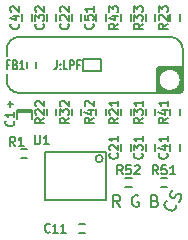
<source format=gto>
%TF.GenerationSoftware,KiCad,Pcbnew,(5.1.2-1)-1*%
%TF.CreationDate,2020-09-09T12:48:07+02:00*%
%TF.ProjectId,RGB BYPASS AMP v3.1,52474220-4259-4504-9153-5320414d5020,2.21*%
%TF.SameCoordinates,Original*%
%TF.FileFunction,Legend,Top*%
%TF.FilePolarity,Positive*%
%FSLAX46Y46*%
G04 Gerber Fmt 4.6, Leading zero omitted, Abs format (unit mm)*
G04 Created by KiCad (PCBNEW (5.1.2-1)-1) date 2020-09-09 12:48:07*
%MOMM*%
%LPD*%
G04 APERTURE LIST*
%ADD10C,0.150000*%
%ADD11C,0.152500*%
%ADD12C,0.203200*%
%ADD13C,0.152400*%
%ADD14C,0.160000*%
G04 APERTURE END LIST*
D10*
X67490000Y-134600000D02*
X67490000Y-133540000D01*
X66030000Y-134600000D02*
X66030000Y-133540000D01*
X66030000Y-133540000D02*
X67490000Y-133540000D01*
X66030000Y-134600000D02*
X67490000Y-134600000D01*
D11*
X60452000Y-138038840D02*
X61650880Y-138038840D01*
X60451000Y-137887500D02*
X61651000Y-137887500D01*
D12*
X72097571Y-145552428D02*
X72242714Y-145600809D01*
X72291095Y-145649190D01*
X72339476Y-145745952D01*
X72339476Y-145891095D01*
X72291095Y-145987857D01*
X72242714Y-146036238D01*
X72145952Y-146084619D01*
X71758904Y-146084619D01*
X71758904Y-145068619D01*
X72097571Y-145068619D01*
X72194333Y-145117000D01*
X72242714Y-145165380D01*
X72291095Y-145262142D01*
X72291095Y-145358904D01*
X72242714Y-145455666D01*
X72194333Y-145504047D01*
X72097571Y-145552428D01*
X71758904Y-145552428D01*
X70691095Y-145117000D02*
X70594333Y-145068619D01*
X70449190Y-145068619D01*
X70304047Y-145117000D01*
X70207285Y-145213761D01*
X70158904Y-145310523D01*
X70110523Y-145504047D01*
X70110523Y-145649190D01*
X70158904Y-145842714D01*
X70207285Y-145939476D01*
X70304047Y-146036238D01*
X70449190Y-146084619D01*
X70545952Y-146084619D01*
X70691095Y-146036238D01*
X70739476Y-145987857D01*
X70739476Y-145649190D01*
X70545952Y-145649190D01*
X73854576Y-145953075D02*
X73872285Y-146019165D01*
X73841613Y-146169053D01*
X73793232Y-146252851D01*
X73678761Y-146354358D01*
X73546582Y-146389775D01*
X73438593Y-146383293D01*
X73246806Y-146328430D01*
X73121109Y-146255859D01*
X72977703Y-146117198D01*
X72918095Y-146026918D01*
X72882678Y-145894739D01*
X72913350Y-145744851D01*
X72961731Y-145661053D01*
X73076201Y-145559546D01*
X73142291Y-145541837D01*
X74089999Y-145642072D02*
X74204470Y-145540566D01*
X74325422Y-145331070D01*
X74331904Y-145223081D01*
X74314195Y-145156991D01*
X74254588Y-145066711D01*
X74170789Y-145018330D01*
X74062801Y-145011849D01*
X73996711Y-145029557D01*
X73906431Y-145089165D01*
X73767770Y-145232571D01*
X73677490Y-145292179D01*
X73611400Y-145309888D01*
X73503411Y-145303406D01*
X73419613Y-145255025D01*
X73360005Y-145164745D01*
X73342297Y-145098655D01*
X73348779Y-144990666D01*
X73469731Y-144781171D01*
X73584201Y-144679664D01*
D10*
X63780000Y-133684214D02*
X63780000Y-134228500D01*
X63750333Y-134337357D01*
X63691000Y-134409928D01*
X63602000Y-134446214D01*
X63542666Y-134446214D01*
X64076666Y-134373642D02*
X64106333Y-134409928D01*
X64076666Y-134446214D01*
X64047000Y-134409928D01*
X64076666Y-134373642D01*
X64076666Y-134446214D01*
X64076666Y-133974500D02*
X64106333Y-134010785D01*
X64076666Y-134047071D01*
X64047000Y-134010785D01*
X64076666Y-133974500D01*
X64076666Y-134047071D01*
X64670000Y-134446214D02*
X64373333Y-134446214D01*
X64373333Y-133684214D01*
X64877666Y-134446214D02*
X64877666Y-133684214D01*
X65115000Y-133684214D01*
X65174333Y-133720500D01*
X65204000Y-133756785D01*
X65233666Y-133829357D01*
X65233666Y-133938214D01*
X65204000Y-134010785D01*
X65174333Y-134047071D01*
X65115000Y-134083357D01*
X64877666Y-134083357D01*
X65708333Y-134047071D02*
X65500666Y-134047071D01*
X65500666Y-134446214D02*
X65500666Y-133684214D01*
X65797333Y-133684214D01*
X59616428Y-137367857D02*
X60073571Y-137367857D01*
X59845000Y-137596428D02*
X59845000Y-137139285D01*
D12*
X69139476Y-146084619D02*
X68800809Y-145600809D01*
X68558904Y-146084619D02*
X68558904Y-145068619D01*
X68945952Y-145068619D01*
X69042714Y-145117000D01*
X69091095Y-145165380D01*
X69139476Y-145262142D01*
X69139476Y-145407285D01*
X69091095Y-145504047D01*
X69042714Y-145552428D01*
X68945952Y-145600809D01*
X68558904Y-145600809D01*
D13*
X62952300Y-129787300D02*
X62952300Y-130327300D01*
X63752300Y-129787300D02*
X63752300Y-130327300D01*
X65042300Y-129787300D02*
X65042300Y-130327300D01*
X65842300Y-129787300D02*
X65842300Y-130327300D01*
X61662300Y-129787300D02*
X61662300Y-130327300D01*
X60862300Y-129787300D02*
X60862300Y-130327300D01*
X67932300Y-129787300D02*
X67932300Y-130327300D01*
X67132300Y-129787300D02*
X67132300Y-130327300D01*
D10*
X67675000Y-141985000D02*
G75*
G03X67675000Y-141985000I-305857J0D01*
G01*
D13*
X67985000Y-145495000D02*
X62805000Y-145495000D01*
X67985000Y-141395000D02*
X62805000Y-141395000D01*
X67985000Y-141395000D02*
X67985000Y-145495000D01*
X62805000Y-141395000D02*
X62805000Y-145495000D01*
X61237300Y-133782300D02*
X61237300Y-134322300D01*
X62037300Y-133782300D02*
X62037300Y-134322300D01*
X71312300Y-137779800D02*
X71312300Y-138319800D01*
X72112300Y-137779800D02*
X72112300Y-138319800D01*
X61247700Y-141162300D02*
X60707700Y-141162300D01*
X61247700Y-141962300D02*
X60707700Y-141962300D01*
X71312300Y-129787300D02*
X71312300Y-130327300D01*
X72112300Y-129787300D02*
X72112300Y-130327300D01*
X69222300Y-129787300D02*
X69222300Y-130327300D01*
X70022300Y-129787300D02*
X70022300Y-130327300D01*
X67132300Y-137779800D02*
X67132300Y-138319800D01*
X67932300Y-137779800D02*
X67932300Y-138319800D01*
X65642300Y-148322700D02*
X66182300Y-148322700D01*
X65642300Y-147522700D02*
X66182300Y-147522700D01*
X73402300Y-137779800D02*
X73402300Y-138319800D01*
X74202300Y-137779800D02*
X74202300Y-138319800D01*
X71312300Y-140772300D02*
X71312300Y-141312300D01*
X72112300Y-140772300D02*
X72112300Y-141312300D01*
X62952300Y-137779800D02*
X62952300Y-138319800D01*
X63752300Y-137779800D02*
X63752300Y-138319800D01*
X65042300Y-137779800D02*
X65042300Y-138319800D01*
X65842300Y-137779800D02*
X65842300Y-138319800D01*
X73402300Y-140772300D02*
X73402300Y-141312300D01*
X74202300Y-140772300D02*
X74202300Y-141312300D01*
X73402300Y-129787300D02*
X73402300Y-130327300D01*
X74202300Y-129787300D02*
X74202300Y-130327300D01*
X69222300Y-140772300D02*
X69222300Y-141312300D01*
X70022300Y-140772300D02*
X70022300Y-141312300D01*
X73120200Y-143612300D02*
X72580200Y-143612300D01*
X73120200Y-144412300D02*
X72580200Y-144412300D01*
X70120200Y-143612300D02*
X69580200Y-143612300D01*
X70120200Y-144412300D02*
X69580200Y-144412300D01*
X69222300Y-137779800D02*
X69222300Y-138319800D01*
X70022300Y-137779800D02*
X70022300Y-138319800D01*
X61651000Y-137887500D02*
X61651000Y-138637500D01*
X60451000Y-137887500D02*
X60451000Y-138637500D01*
X59529000Y-134827000D02*
X59529000Y-135335000D01*
D10*
X72506800Y-136451000D02*
G75*
G02X72229000Y-136173200I0J277800D01*
G01*
X74183200Y-134219000D02*
G75*
G02X74461000Y-134496800I0J-277800D01*
G01*
D13*
X74461000Y-136173200D02*
G75*
G02X74183200Y-136451000I-277800J0D01*
G01*
D10*
X72229000Y-134496800D02*
G75*
G02X72506800Y-134219000I277800J0D01*
G01*
D13*
X73345000Y-131679000D02*
G75*
G02X74461000Y-132795000I0J-1116000D01*
G01*
D10*
X74461000Y-132795000D02*
X74461000Y-136173200D01*
D13*
X59529000Y-132795000D02*
G75*
G02X60645000Y-131679000I1116000J0D01*
G01*
X60645000Y-131679000D02*
X73345000Y-131679000D01*
X60645000Y-136451000D02*
G75*
G02X59529000Y-135335000I0J1116000D01*
G01*
X59529000Y-132795000D02*
X59529000Y-133303000D01*
X60645000Y-136451000D02*
X74183200Y-136451000D01*
D10*
X72229000Y-136173200D02*
X72229000Y-134496800D01*
X72506800Y-134219000D02*
X74208600Y-134219000D01*
D14*
X74275000Y-135335000D02*
G75*
G03X74275000Y-135335000I-930000J0D01*
G01*
X74431002Y-135335000D02*
G75*
G03X74431002Y-135335000I-1086002J0D01*
G01*
D10*
G36*
X73675000Y-134245000D02*
G01*
X73795000Y-134225000D01*
X74315000Y-134985000D01*
X74425000Y-134865000D01*
X74425000Y-134275000D01*
X74395000Y-134275000D01*
X73675000Y-134245000D01*
G37*
X73675000Y-134245000D02*
X73795000Y-134225000D01*
X74315000Y-134985000D01*
X74425000Y-134865000D01*
X74425000Y-134275000D01*
X74395000Y-134275000D01*
X73675000Y-134245000D01*
G36*
X74415000Y-135775000D02*
G01*
X74405000Y-136215000D01*
X74315000Y-136385000D01*
X74155000Y-136425000D01*
X73815000Y-136395000D01*
X74415000Y-135775000D01*
G37*
X74415000Y-135775000D02*
X74405000Y-136215000D01*
X74315000Y-136385000D01*
X74155000Y-136425000D01*
X73815000Y-136395000D01*
X74415000Y-135775000D01*
G36*
X72295000Y-135835000D02*
G01*
X72285000Y-135975000D01*
X72285000Y-136165000D01*
X72305000Y-136285000D01*
X72345000Y-136335000D01*
X72405000Y-136375000D01*
X72495000Y-136395000D01*
X72845000Y-136385000D01*
X72295000Y-135835000D01*
G37*
X72295000Y-135835000D02*
X72285000Y-135975000D01*
X72285000Y-136165000D01*
X72305000Y-136285000D01*
X72345000Y-136335000D01*
X72405000Y-136375000D01*
X72495000Y-136395000D01*
X72845000Y-136385000D01*
X72295000Y-135835000D01*
G36*
X72865000Y-134295000D02*
G01*
X72735000Y-134355000D01*
X72645000Y-134405000D01*
X72575000Y-134505000D01*
X72445000Y-134645000D01*
X72385000Y-134745000D01*
X72345000Y-134825000D01*
X72285000Y-134835000D01*
X72285000Y-134695000D01*
X72265000Y-134565000D01*
X72295000Y-134405000D01*
X72335000Y-134295000D01*
X72405000Y-134245000D01*
X72825000Y-134265000D01*
X72865000Y-134295000D01*
G37*
X72865000Y-134295000D02*
X72735000Y-134355000D01*
X72645000Y-134405000D01*
X72575000Y-134505000D01*
X72445000Y-134645000D01*
X72385000Y-134745000D01*
X72345000Y-134825000D01*
X72285000Y-134835000D01*
X72285000Y-134695000D01*
X72265000Y-134565000D01*
X72295000Y-134405000D01*
X72335000Y-134295000D01*
X72405000Y-134245000D01*
X72825000Y-134265000D01*
X72865000Y-134295000D01*
D13*
X62637142Y-130559857D02*
X62673428Y-130596142D01*
X62709714Y-130705000D01*
X62709714Y-130777571D01*
X62673428Y-130886428D01*
X62600857Y-130959000D01*
X62528285Y-130995285D01*
X62383142Y-131031571D01*
X62274285Y-131031571D01*
X62129142Y-130995285D01*
X62056571Y-130959000D01*
X61984000Y-130886428D01*
X61947714Y-130777571D01*
X61947714Y-130705000D01*
X61984000Y-130596142D01*
X62020285Y-130559857D01*
X61947714Y-130305857D02*
X61947714Y-129834142D01*
X62238000Y-130088142D01*
X62238000Y-129979285D01*
X62274285Y-129906714D01*
X62310571Y-129870428D01*
X62383142Y-129834142D01*
X62564571Y-129834142D01*
X62637142Y-129870428D01*
X62673428Y-129906714D01*
X62709714Y-129979285D01*
X62709714Y-130197000D01*
X62673428Y-130269571D01*
X62637142Y-130305857D01*
X62020285Y-129543857D02*
X61984000Y-129507571D01*
X61947714Y-129435000D01*
X61947714Y-129253571D01*
X61984000Y-129181000D01*
X62020285Y-129144714D01*
X62092857Y-129108428D01*
X62165428Y-129108428D01*
X62274285Y-129144714D01*
X62709714Y-129580142D01*
X62709714Y-129108428D01*
X64727142Y-130559857D02*
X64763428Y-130596142D01*
X64799714Y-130705000D01*
X64799714Y-130777571D01*
X64763428Y-130886428D01*
X64690857Y-130959000D01*
X64618285Y-130995285D01*
X64473142Y-131031571D01*
X64364285Y-131031571D01*
X64219142Y-130995285D01*
X64146571Y-130959000D01*
X64074000Y-130886428D01*
X64037714Y-130777571D01*
X64037714Y-130705000D01*
X64074000Y-130596142D01*
X64110285Y-130559857D01*
X64110285Y-130269571D02*
X64074000Y-130233285D01*
X64037714Y-130160714D01*
X64037714Y-129979285D01*
X64074000Y-129906714D01*
X64110285Y-129870428D01*
X64182857Y-129834142D01*
X64255428Y-129834142D01*
X64364285Y-129870428D01*
X64799714Y-130305857D01*
X64799714Y-129834142D01*
X64110285Y-129543857D02*
X64074000Y-129507571D01*
X64037714Y-129435000D01*
X64037714Y-129253571D01*
X64074000Y-129181000D01*
X64110285Y-129144714D01*
X64182857Y-129108428D01*
X64255428Y-129108428D01*
X64364285Y-129144714D01*
X64799714Y-129580142D01*
X64799714Y-129108428D01*
X60547142Y-130559857D02*
X60583428Y-130596142D01*
X60619714Y-130705000D01*
X60619714Y-130777571D01*
X60583428Y-130886428D01*
X60510857Y-130959000D01*
X60438285Y-130995285D01*
X60293142Y-131031571D01*
X60184285Y-131031571D01*
X60039142Y-130995285D01*
X59966571Y-130959000D01*
X59894000Y-130886428D01*
X59857714Y-130777571D01*
X59857714Y-130705000D01*
X59894000Y-130596142D01*
X59930285Y-130559857D01*
X60111714Y-129906714D02*
X60619714Y-129906714D01*
X59821428Y-130088142D02*
X60365714Y-130269571D01*
X60365714Y-129797857D01*
X59930285Y-129543857D02*
X59894000Y-129507571D01*
X59857714Y-129435000D01*
X59857714Y-129253571D01*
X59894000Y-129181000D01*
X59930285Y-129144714D01*
X60002857Y-129108428D01*
X60075428Y-129108428D01*
X60184285Y-129144714D01*
X60619714Y-129580142D01*
X60619714Y-129108428D01*
X66817142Y-130559857D02*
X66853428Y-130596142D01*
X66889714Y-130705000D01*
X66889714Y-130777571D01*
X66853428Y-130886428D01*
X66780857Y-130959000D01*
X66708285Y-130995285D01*
X66563142Y-131031571D01*
X66454285Y-131031571D01*
X66309142Y-130995285D01*
X66236571Y-130959000D01*
X66164000Y-130886428D01*
X66127714Y-130777571D01*
X66127714Y-130705000D01*
X66164000Y-130596142D01*
X66200285Y-130559857D01*
X66127714Y-129870428D02*
X66127714Y-130233285D01*
X66490571Y-130269571D01*
X66454285Y-130233285D01*
X66418000Y-130160714D01*
X66418000Y-129979285D01*
X66454285Y-129906714D01*
X66490571Y-129870428D01*
X66563142Y-129834142D01*
X66744571Y-129834142D01*
X66817142Y-129870428D01*
X66853428Y-129906714D01*
X66889714Y-129979285D01*
X66889714Y-130160714D01*
X66853428Y-130233285D01*
X66817142Y-130269571D01*
X66889714Y-129108428D02*
X66889714Y-129543857D01*
X66889714Y-129326142D02*
X66127714Y-129326142D01*
X66236571Y-129398714D01*
X66309142Y-129471285D01*
X66345428Y-129543857D01*
X61894428Y-140032714D02*
X61894428Y-140649571D01*
X61930714Y-140722142D01*
X61967000Y-140758428D01*
X62039571Y-140794714D01*
X62184714Y-140794714D01*
X62257285Y-140758428D01*
X62293571Y-140722142D01*
X62329857Y-140649571D01*
X62329857Y-140032714D01*
X63091857Y-140794714D02*
X62656428Y-140794714D01*
X62874142Y-140794714D02*
X62874142Y-140032714D01*
X62801571Y-140141571D01*
X62729000Y-140214142D01*
X62656428Y-140250428D01*
D10*
X59737800Y-134047071D02*
X59527800Y-134047071D01*
X59527800Y-134446214D02*
X59527800Y-133684214D01*
X59827800Y-133684214D01*
X60277800Y-134047071D02*
X60367800Y-134083357D01*
X60397800Y-134119642D01*
X60427800Y-134192214D01*
X60427800Y-134301071D01*
X60397800Y-134373642D01*
X60367800Y-134409928D01*
X60307800Y-134446214D01*
X60067800Y-134446214D01*
X60067800Y-133684214D01*
X60277800Y-133684214D01*
X60337800Y-133720500D01*
X60367800Y-133756785D01*
X60397800Y-133829357D01*
X60397800Y-133901928D01*
X60367800Y-133974500D01*
X60337800Y-134010785D01*
X60277800Y-134047071D01*
X60067800Y-134047071D01*
X61027800Y-134446214D02*
X60667800Y-134446214D01*
X60847800Y-134446214D02*
X60847800Y-133684214D01*
X60787800Y-133793071D01*
X60727800Y-133865642D01*
X60667800Y-133901928D01*
D13*
X71069714Y-138552357D02*
X70706857Y-138806357D01*
X71069714Y-138987785D02*
X70307714Y-138987785D01*
X70307714Y-138697500D01*
X70344000Y-138624928D01*
X70380285Y-138588642D01*
X70452857Y-138552357D01*
X70561714Y-138552357D01*
X70634285Y-138588642D01*
X70670571Y-138624928D01*
X70706857Y-138697500D01*
X70706857Y-138987785D01*
X70307714Y-138298357D02*
X70307714Y-137826642D01*
X70598000Y-138080642D01*
X70598000Y-137971785D01*
X70634285Y-137899214D01*
X70670571Y-137862928D01*
X70743142Y-137826642D01*
X70924571Y-137826642D01*
X70997142Y-137862928D01*
X71033428Y-137899214D01*
X71069714Y-137971785D01*
X71069714Y-138189500D01*
X71033428Y-138262071D01*
X70997142Y-138298357D01*
X71069714Y-137100928D02*
X71069714Y-137536357D01*
X71069714Y-137318642D02*
X70307714Y-137318642D01*
X70416571Y-137391214D01*
X70489142Y-137463785D01*
X70525428Y-137536357D01*
X60248000Y-140919714D02*
X59994000Y-140556857D01*
X59812571Y-140919714D02*
X59812571Y-140157714D01*
X60102857Y-140157714D01*
X60175428Y-140194000D01*
X60211714Y-140230285D01*
X60248000Y-140302857D01*
X60248000Y-140411714D01*
X60211714Y-140484285D01*
X60175428Y-140520571D01*
X60102857Y-140556857D01*
X59812571Y-140556857D01*
X60973714Y-140919714D02*
X60538285Y-140919714D01*
X60756000Y-140919714D02*
X60756000Y-140157714D01*
X60683428Y-140266571D01*
X60610857Y-140339142D01*
X60538285Y-140375428D01*
X71069714Y-130559857D02*
X70706857Y-130813857D01*
X71069714Y-130995285D02*
X70307714Y-130995285D01*
X70307714Y-130705000D01*
X70344000Y-130632428D01*
X70380285Y-130596142D01*
X70452857Y-130559857D01*
X70561714Y-130559857D01*
X70634285Y-130596142D01*
X70670571Y-130632428D01*
X70706857Y-130705000D01*
X70706857Y-130995285D01*
X70307714Y-130305857D02*
X70307714Y-129834142D01*
X70598000Y-130088142D01*
X70598000Y-129979285D01*
X70634285Y-129906714D01*
X70670571Y-129870428D01*
X70743142Y-129834142D01*
X70924571Y-129834142D01*
X70997142Y-129870428D01*
X71033428Y-129906714D01*
X71069714Y-129979285D01*
X71069714Y-130197000D01*
X71033428Y-130269571D01*
X70997142Y-130305857D01*
X70307714Y-129580142D02*
X70307714Y-129108428D01*
X70598000Y-129362428D01*
X70598000Y-129253571D01*
X70634285Y-129181000D01*
X70670571Y-129144714D01*
X70743142Y-129108428D01*
X70924571Y-129108428D01*
X70997142Y-129144714D01*
X71033428Y-129181000D01*
X71069714Y-129253571D01*
X71069714Y-129471285D01*
X71033428Y-129543857D01*
X70997142Y-129580142D01*
X68979714Y-130559857D02*
X68616857Y-130813857D01*
X68979714Y-130995285D02*
X68217714Y-130995285D01*
X68217714Y-130705000D01*
X68254000Y-130632428D01*
X68290285Y-130596142D01*
X68362857Y-130559857D01*
X68471714Y-130559857D01*
X68544285Y-130596142D01*
X68580571Y-130632428D01*
X68616857Y-130705000D01*
X68616857Y-130995285D01*
X68471714Y-129906714D02*
X68979714Y-129906714D01*
X68181428Y-130088142D02*
X68725714Y-130269571D01*
X68725714Y-129797857D01*
X68217714Y-129580142D02*
X68217714Y-129108428D01*
X68508000Y-129362428D01*
X68508000Y-129253571D01*
X68544285Y-129181000D01*
X68580571Y-129144714D01*
X68653142Y-129108428D01*
X68834571Y-129108428D01*
X68907142Y-129144714D01*
X68943428Y-129181000D01*
X68979714Y-129253571D01*
X68979714Y-129471285D01*
X68943428Y-129543857D01*
X68907142Y-129580142D01*
X66889714Y-138552357D02*
X66526857Y-138806357D01*
X66889714Y-138987785D02*
X66127714Y-138987785D01*
X66127714Y-138697500D01*
X66164000Y-138624928D01*
X66200285Y-138588642D01*
X66272857Y-138552357D01*
X66381714Y-138552357D01*
X66454285Y-138588642D01*
X66490571Y-138624928D01*
X66526857Y-138697500D01*
X66526857Y-138987785D01*
X66381714Y-137899214D02*
X66889714Y-137899214D01*
X66091428Y-138080642D02*
X66635714Y-138262071D01*
X66635714Y-137790357D01*
X66200285Y-137536357D02*
X66164000Y-137500071D01*
X66127714Y-137427500D01*
X66127714Y-137246071D01*
X66164000Y-137173500D01*
X66200285Y-137137214D01*
X66272857Y-137100928D01*
X66345428Y-137100928D01*
X66454285Y-137137214D01*
X66889714Y-137572642D01*
X66889714Y-137100928D01*
X63200000Y-148182142D02*
X63166666Y-148218428D01*
X63066666Y-148254714D01*
X63000000Y-148254714D01*
X62900000Y-148218428D01*
X62833333Y-148145857D01*
X62800000Y-148073285D01*
X62766666Y-147928142D01*
X62766666Y-147819285D01*
X62800000Y-147674142D01*
X62833333Y-147601571D01*
X62900000Y-147529000D01*
X63000000Y-147492714D01*
X63066666Y-147492714D01*
X63166666Y-147529000D01*
X63200000Y-147565285D01*
X63866666Y-148254714D02*
X63466666Y-148254714D01*
X63666666Y-148254714D02*
X63666666Y-147492714D01*
X63600000Y-147601571D01*
X63533333Y-147674142D01*
X63466666Y-147710428D01*
X64533333Y-148254714D02*
X64133333Y-148254714D01*
X64333333Y-148254714D02*
X64333333Y-147492714D01*
X64266666Y-147601571D01*
X64200000Y-147674142D01*
X64133333Y-147710428D01*
X73159714Y-138552357D02*
X72796857Y-138806357D01*
X73159714Y-138987785D02*
X72397714Y-138987785D01*
X72397714Y-138697500D01*
X72434000Y-138624928D01*
X72470285Y-138588642D01*
X72542857Y-138552357D01*
X72651714Y-138552357D01*
X72724285Y-138588642D01*
X72760571Y-138624928D01*
X72796857Y-138697500D01*
X72796857Y-138987785D01*
X72651714Y-137899214D02*
X73159714Y-137899214D01*
X72361428Y-138080642D02*
X72905714Y-138262071D01*
X72905714Y-137790357D01*
X73159714Y-137100928D02*
X73159714Y-137536357D01*
X73159714Y-137318642D02*
X72397714Y-137318642D01*
X72506571Y-137391214D01*
X72579142Y-137463785D01*
X72615428Y-137536357D01*
X70997142Y-141544857D02*
X71033428Y-141581142D01*
X71069714Y-141690000D01*
X71069714Y-141762571D01*
X71033428Y-141871428D01*
X70960857Y-141944000D01*
X70888285Y-141980285D01*
X70743142Y-142016571D01*
X70634285Y-142016571D01*
X70489142Y-141980285D01*
X70416571Y-141944000D01*
X70344000Y-141871428D01*
X70307714Y-141762571D01*
X70307714Y-141690000D01*
X70344000Y-141581142D01*
X70380285Y-141544857D01*
X70307714Y-141290857D02*
X70307714Y-140819142D01*
X70598000Y-141073142D01*
X70598000Y-140964285D01*
X70634285Y-140891714D01*
X70670571Y-140855428D01*
X70743142Y-140819142D01*
X70924571Y-140819142D01*
X70997142Y-140855428D01*
X71033428Y-140891714D01*
X71069714Y-140964285D01*
X71069714Y-141182000D01*
X71033428Y-141254571D01*
X70997142Y-141290857D01*
X71069714Y-140093428D02*
X71069714Y-140528857D01*
X71069714Y-140311142D02*
X70307714Y-140311142D01*
X70416571Y-140383714D01*
X70489142Y-140456285D01*
X70525428Y-140528857D01*
X62709714Y-138552357D02*
X62346857Y-138806357D01*
X62709714Y-138987785D02*
X61947714Y-138987785D01*
X61947714Y-138697500D01*
X61984000Y-138624928D01*
X62020285Y-138588642D01*
X62092857Y-138552357D01*
X62201714Y-138552357D01*
X62274285Y-138588642D01*
X62310571Y-138624928D01*
X62346857Y-138697500D01*
X62346857Y-138987785D01*
X62020285Y-138262071D02*
X61984000Y-138225785D01*
X61947714Y-138153214D01*
X61947714Y-137971785D01*
X61984000Y-137899214D01*
X62020285Y-137862928D01*
X62092857Y-137826642D01*
X62165428Y-137826642D01*
X62274285Y-137862928D01*
X62709714Y-138298357D01*
X62709714Y-137826642D01*
X62020285Y-137536357D02*
X61984000Y-137500071D01*
X61947714Y-137427500D01*
X61947714Y-137246071D01*
X61984000Y-137173500D01*
X62020285Y-137137214D01*
X62092857Y-137100928D01*
X62165428Y-137100928D01*
X62274285Y-137137214D01*
X62709714Y-137572642D01*
X62709714Y-137100928D01*
X64799714Y-138552357D02*
X64436857Y-138806357D01*
X64799714Y-138987785D02*
X64037714Y-138987785D01*
X64037714Y-138697500D01*
X64074000Y-138624928D01*
X64110285Y-138588642D01*
X64182857Y-138552357D01*
X64291714Y-138552357D01*
X64364285Y-138588642D01*
X64400571Y-138624928D01*
X64436857Y-138697500D01*
X64436857Y-138987785D01*
X64037714Y-138298357D02*
X64037714Y-137826642D01*
X64328000Y-138080642D01*
X64328000Y-137971785D01*
X64364285Y-137899214D01*
X64400571Y-137862928D01*
X64473142Y-137826642D01*
X64654571Y-137826642D01*
X64727142Y-137862928D01*
X64763428Y-137899214D01*
X64799714Y-137971785D01*
X64799714Y-138189500D01*
X64763428Y-138262071D01*
X64727142Y-138298357D01*
X64110285Y-137536357D02*
X64074000Y-137500071D01*
X64037714Y-137427500D01*
X64037714Y-137246071D01*
X64074000Y-137173500D01*
X64110285Y-137137214D01*
X64182857Y-137100928D01*
X64255428Y-137100928D01*
X64364285Y-137137214D01*
X64799714Y-137572642D01*
X64799714Y-137100928D01*
X73087142Y-141544857D02*
X73123428Y-141581142D01*
X73159714Y-141690000D01*
X73159714Y-141762571D01*
X73123428Y-141871428D01*
X73050857Y-141944000D01*
X72978285Y-141980285D01*
X72833142Y-142016571D01*
X72724285Y-142016571D01*
X72579142Y-141980285D01*
X72506571Y-141944000D01*
X72434000Y-141871428D01*
X72397714Y-141762571D01*
X72397714Y-141690000D01*
X72434000Y-141581142D01*
X72470285Y-141544857D01*
X72651714Y-140891714D02*
X73159714Y-140891714D01*
X72361428Y-141073142D02*
X72905714Y-141254571D01*
X72905714Y-140782857D01*
X73159714Y-140093428D02*
X73159714Y-140528857D01*
X73159714Y-140311142D02*
X72397714Y-140311142D01*
X72506571Y-140383714D01*
X72579142Y-140456285D01*
X72615428Y-140528857D01*
X73159714Y-130559857D02*
X72796857Y-130813857D01*
X73159714Y-130995285D02*
X72397714Y-130995285D01*
X72397714Y-130705000D01*
X72434000Y-130632428D01*
X72470285Y-130596142D01*
X72542857Y-130559857D01*
X72651714Y-130559857D01*
X72724285Y-130596142D01*
X72760571Y-130632428D01*
X72796857Y-130705000D01*
X72796857Y-130995285D01*
X72470285Y-130269571D02*
X72434000Y-130233285D01*
X72397714Y-130160714D01*
X72397714Y-129979285D01*
X72434000Y-129906714D01*
X72470285Y-129870428D01*
X72542857Y-129834142D01*
X72615428Y-129834142D01*
X72724285Y-129870428D01*
X73159714Y-130305857D01*
X73159714Y-129834142D01*
X72397714Y-129580142D02*
X72397714Y-129108428D01*
X72688000Y-129362428D01*
X72688000Y-129253571D01*
X72724285Y-129181000D01*
X72760571Y-129144714D01*
X72833142Y-129108428D01*
X73014571Y-129108428D01*
X73087142Y-129144714D01*
X73123428Y-129181000D01*
X73159714Y-129253571D01*
X73159714Y-129471285D01*
X73123428Y-129543857D01*
X73087142Y-129580142D01*
X68907142Y-141544857D02*
X68943428Y-141581142D01*
X68979714Y-141690000D01*
X68979714Y-141762571D01*
X68943428Y-141871428D01*
X68870857Y-141944000D01*
X68798285Y-141980285D01*
X68653142Y-142016571D01*
X68544285Y-142016571D01*
X68399142Y-141980285D01*
X68326571Y-141944000D01*
X68254000Y-141871428D01*
X68217714Y-141762571D01*
X68217714Y-141690000D01*
X68254000Y-141581142D01*
X68290285Y-141544857D01*
X68290285Y-141254571D02*
X68254000Y-141218285D01*
X68217714Y-141145714D01*
X68217714Y-140964285D01*
X68254000Y-140891714D01*
X68290285Y-140855428D01*
X68362857Y-140819142D01*
X68435428Y-140819142D01*
X68544285Y-140855428D01*
X68979714Y-141290857D01*
X68979714Y-140819142D01*
X68979714Y-140093428D02*
X68979714Y-140528857D01*
X68979714Y-140311142D02*
X68217714Y-140311142D01*
X68326571Y-140383714D01*
X68399142Y-140456285D01*
X68435428Y-140528857D01*
X72347642Y-143319714D02*
X72093642Y-142956857D01*
X71912214Y-143319714D02*
X71912214Y-142557714D01*
X72202500Y-142557714D01*
X72275071Y-142594000D01*
X72311357Y-142630285D01*
X72347642Y-142702857D01*
X72347642Y-142811714D01*
X72311357Y-142884285D01*
X72275071Y-142920571D01*
X72202500Y-142956857D01*
X71912214Y-142956857D01*
X73037071Y-142557714D02*
X72674214Y-142557714D01*
X72637928Y-142920571D01*
X72674214Y-142884285D01*
X72746785Y-142848000D01*
X72928214Y-142848000D01*
X73000785Y-142884285D01*
X73037071Y-142920571D01*
X73073357Y-142993142D01*
X73073357Y-143174571D01*
X73037071Y-143247142D01*
X73000785Y-143283428D01*
X72928214Y-143319714D01*
X72746785Y-143319714D01*
X72674214Y-143283428D01*
X72637928Y-143247142D01*
X73799071Y-143319714D02*
X73363642Y-143319714D01*
X73581357Y-143319714D02*
X73581357Y-142557714D01*
X73508785Y-142666571D01*
X73436214Y-142739142D01*
X73363642Y-142775428D01*
X69347642Y-143319714D02*
X69093642Y-142956857D01*
X68912214Y-143319714D02*
X68912214Y-142557714D01*
X69202500Y-142557714D01*
X69275071Y-142594000D01*
X69311357Y-142630285D01*
X69347642Y-142702857D01*
X69347642Y-142811714D01*
X69311357Y-142884285D01*
X69275071Y-142920571D01*
X69202500Y-142956857D01*
X68912214Y-142956857D01*
X70037071Y-142557714D02*
X69674214Y-142557714D01*
X69637928Y-142920571D01*
X69674214Y-142884285D01*
X69746785Y-142848000D01*
X69928214Y-142848000D01*
X70000785Y-142884285D01*
X70037071Y-142920571D01*
X70073357Y-142993142D01*
X70073357Y-143174571D01*
X70037071Y-143247142D01*
X70000785Y-143283428D01*
X69928214Y-143319714D01*
X69746785Y-143319714D01*
X69674214Y-143283428D01*
X69637928Y-143247142D01*
X70363642Y-142630285D02*
X70399928Y-142594000D01*
X70472500Y-142557714D01*
X70653928Y-142557714D01*
X70726500Y-142594000D01*
X70762785Y-142630285D01*
X70799071Y-142702857D01*
X70799071Y-142775428D01*
X70762785Y-142884285D01*
X70327357Y-143319714D01*
X70799071Y-143319714D01*
X68979714Y-138552357D02*
X68616857Y-138806357D01*
X68979714Y-138987785D02*
X68217714Y-138987785D01*
X68217714Y-138697500D01*
X68254000Y-138624928D01*
X68290285Y-138588642D01*
X68362857Y-138552357D01*
X68471714Y-138552357D01*
X68544285Y-138588642D01*
X68580571Y-138624928D01*
X68616857Y-138697500D01*
X68616857Y-138987785D01*
X68290285Y-138262071D02*
X68254000Y-138225785D01*
X68217714Y-138153214D01*
X68217714Y-137971785D01*
X68254000Y-137899214D01*
X68290285Y-137862928D01*
X68362857Y-137826642D01*
X68435428Y-137826642D01*
X68544285Y-137862928D01*
X68979714Y-138298357D01*
X68979714Y-137826642D01*
X68979714Y-137100928D02*
X68979714Y-137536357D01*
X68979714Y-137318642D02*
X68217714Y-137318642D01*
X68326571Y-137391214D01*
X68399142Y-137463785D01*
X68435428Y-137536357D01*
X60117142Y-138789500D02*
X60153428Y-138825785D01*
X60189714Y-138934642D01*
X60189714Y-139007214D01*
X60153428Y-139116071D01*
X60080857Y-139188642D01*
X60008285Y-139224928D01*
X59863142Y-139261214D01*
X59754285Y-139261214D01*
X59609142Y-139224928D01*
X59536571Y-139188642D01*
X59464000Y-139116071D01*
X59427714Y-139007214D01*
X59427714Y-138934642D01*
X59464000Y-138825785D01*
X59500285Y-138789500D01*
X60189714Y-138063785D02*
X60189714Y-138499214D01*
X60189714Y-138281500D02*
X59427714Y-138281500D01*
X59536571Y-138354071D01*
X59609142Y-138426642D01*
X59645428Y-138499214D01*
M02*

</source>
